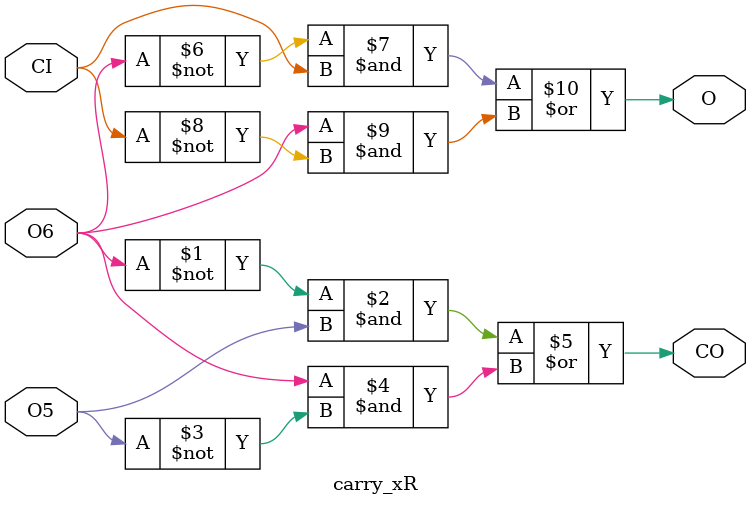
<source format=v>
`timescale 1ns / 1ps


module carry_xR(
    input O5,
    input O6,
    input CI,
    output O,
    output CO
    );
    
    
    assign CO= ~O6&O5 | O6&(~O5);
    assign O= ~O6&CI | O6&(~CI);
    
endmodule

</source>
